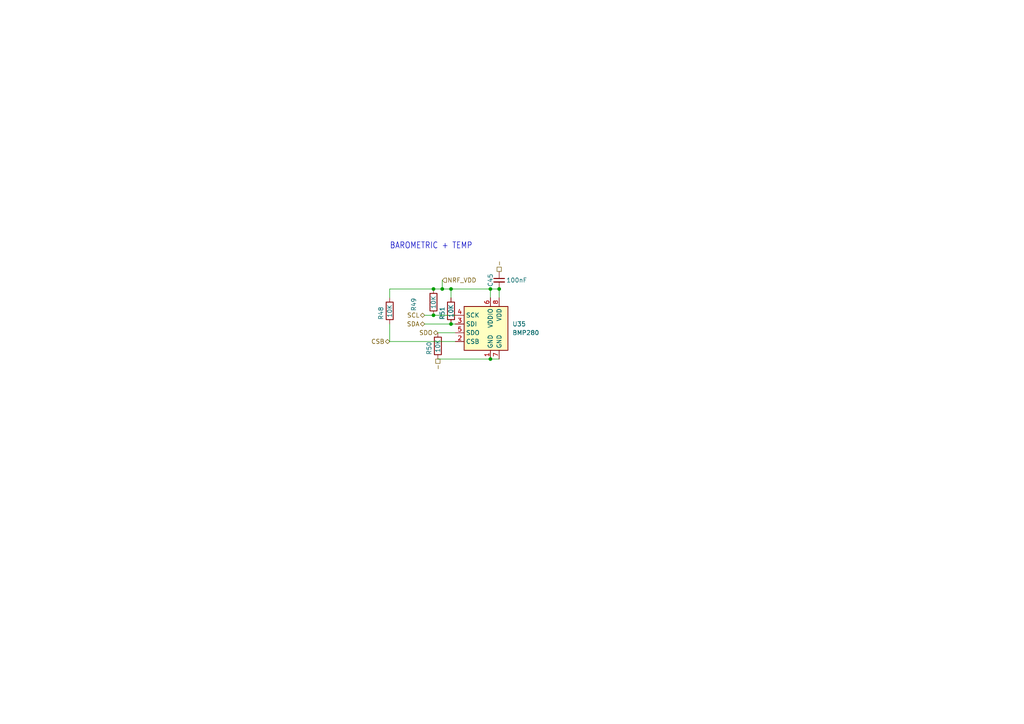
<source format=kicad_sch>
(kicad_sch (version 20211123) (generator eeschema)
  (paper "A4")
  (lib_symbols
    (symbol "Device:C_Small" (pin_numbers hide) (pin_names (offset 0.254) hide)
      (property "Reference" "C" (at 0.254 1.778 0))
      (property "Value" "C_Small" (at 0.254 -2.032 0))
      (symbol "C_Small_0_1"
        (polyline (pts (xy -1.524 -0.508) (xy 1.524 -0.508)) (stroke (width 0.3302)))
        (polyline (pts (xy -1.524 0.508) (xy 1.524 0.508)) (stroke (width 0.3048)))
      )
      (symbol "C_Small_1_1"
        (pin passive line (at 0 2.54 270) (length 2.032) (name "~") (number "1"))
        (pin passive line (at 0 -2.54 90) (length 2.032) (name "~") (number "2"))
      )
    )
    (symbol "Device:R" (pin_numbers hide) (pin_names (offset 0))
      (property "Reference" "R" (at 2.032 0 90))
      (property "Value" "R" (at 0 0 90))
      (symbol "R_0_1"
        (rectangle (start -1.016 -2.54) (end 1.016 2.54) (stroke (width 0.254)))
      )
      (symbol "R_1_1"
        (pin passive line (at 0 3.81 270) (length 1.27) (name "~") (number "1"))
        (pin passive line (at 0 -3.81 90) (length 1.27) (name "~") (number "2"))
      )
    )
    (symbol "Sensor_Pressure:BMP280"
      (property "Reference" "U" (at -7.62 10.16 0))
      (property "Value" "BMP280" (at 5.08 10.16 0))
      (symbol "BMP280_0_1"
        (rectangle (start -7.62 -5.08) (end 5.08 7.62) (stroke (width 0.254)) (fill (type background)))
      )
      (symbol "BMP280_1_1"
        (pin power_in line (at 0 -7.62 90) (length 2.54) (name "GND") (number "1"))
        (pin input line (at -10.16 -2.54 0) (length 2.54) (name "CSB") (number "2"))
        (pin bidirectional line (at -10.16 2.54 0) (length 2.54) (name "SDI") (number "3"))
        (pin input line (at -10.16 5.08 0) (length 2.54) (name "SCK") (number "4"))
        (pin bidirectional line (at -10.16 0 0) (length 2.54) (name "SDO") (number "5"))
        (pin power_in line (at 0 10.16 270) (length 2.54) (name "VDDIO") (number "6"))
        (pin power_in line (at 2.54 -7.62 90) (length 2.54) (name "GND") (number "7"))
        (pin power_in line (at 2.54 10.16 270) (length 2.54) (name "VDD") (number "8"))
      )
    )
  )
  (junction (at 144.78 83.82))
  (junction (at 130.81 93.98))
  (junction (at 125.73 83.82))
  (junction (at 125.73 91.44))
  (junction (at 130.81 83.82))
  (junction (at 142.24 83.82))
  (junction (at 128.27 83.82))
  (junction (at 142.24 104.14))
  (wire (pts (xy 130.81 93.98) (xy 132.08 93.98)))
  (wire (pts (xy 142.24 83.82) (xy 130.81 83.82)))
  (wire (pts (xy 132.08 99.06) (xy 113.03 99.06)))
  (wire (pts (xy 123.19 93.98) (xy 130.81 93.98)))
  (wire (pts (xy 127 96.52) (xy 132.08 96.52)))
  (wire (pts (xy 128.27 83.82) (xy 130.81 83.82)))
  (wire (pts (xy 128.27 81.28) (xy 128.27 83.82)))
  (wire (pts (xy 125.73 91.44) (xy 132.08 91.44)))
  (wire (pts (xy 144.78 86.36) (xy 144.78 83.82)))
  (wire (pts (xy 127 104.14) (xy 142.24 104.14)))
  (wire (pts (xy 125.73 83.82) (xy 128.27 83.82)))
  (wire (pts (xy 130.81 86.36) (xy 130.81 83.82)))
  (wire (pts (xy 113.03 93.98) (xy 113.03 99.06)))
  (wire (pts (xy 123.19 91.44) (xy 125.73 91.44)))
  (wire (pts (xy 113.03 83.82) (xy 125.73 83.82)))
  (wire (pts (xy 142.24 104.14) (xy 144.78 104.14)))
  (wire (pts (xy 142.24 86.36) (xy 142.24 83.82)))
  (wire (pts (xy 113.03 86.36) (xy 113.03 83.82)))
  (wire (pts (xy 144.78 83.82) (xy 142.24 83.82)))
  (text "BAROMETRIC + TEMP" (at 113.03 72.39 180) (effects (font (size 1.778 1.5113)) (justify left bottom)))
  (hierarchical_label "SDO" (shape bidirectional) (at 127 96.52 180))
  (hierarchical_label "-" (shape passive) (at 127 104.14 270))
  (hierarchical_label "CSB" (shape bidirectional) (at 113.03 99.06 180))
  (hierarchical_label "NRF_VDD" (shape input) (at 128.27 81.28 0))
  (hierarchical_label "SCL" (shape bidirectional) (at 123.19 91.44 180))
  (hierarchical_label "SDA" (shape bidirectional) (at 123.19 93.98 180))
  (hierarchical_label "-" (shape passive) (at 144.78 78.74 90))
  (symbol (lib_id "Device:C_Small") (at 144.78 81.28 0) (unit 1)
    (property "Reference" "C45" (at 142.24 81.28 90))
    (property "Value" "100nF" (at 149.86 81.28 0))
    (property "Footprint" "Capacitor_SMD:C_0402_1005Metric" (effects hide))
  )
  (symbol (lib_id "Device:R") (at 130.81 90.17 180) (unit 1)
    (property "Reference" "R51" (at 128.27 88.9 90) (effects (justify left)))
    (property "Value" "10K" (at 130.81 88.265 90) (effects (justify left)))
    (property "Footprint" "Resistor_SMD:R_0402_1005Metric" (effects hide))
  )
  (symbol (lib_id "Sensor_Pressure:BMP280") (at 142.24 96.52 0) (unit 1)
    (property "Reference" "U35" (at 148.59 93.9799 0) (effects (justify left)))
    (property "Value" "BMP280" (at 148.59 96.5199 0) (effects (justify left)))
    (property "Footprint" "Package_LGA:Bosch_LGA-8_2x2.5mm_P0.65mm_ClockwisePinNumbering" (effects hide))
    (property "Datasheet" "https://ae-bst.resource.bosch.com/media/_tech/media/datasheets/BST-BMP280-DS001.pdf" (effects hide))
  )
  (symbol (lib_id "Device:R") (at 125.73 87.63 180) (unit 1)
    (property "Reference" "R49" (at 120.015 86.36 90) (effects (justify left)))
    (property "Value" "10K" (at 125.73 85.725 90) (effects (justify left)))
    (property "Footprint" "Resistor_SMD:R_0402_1005Metric" (effects hide))
  )
  (symbol (lib_id "Device:R") (at 127 100.33 180) (unit 1)
    (property "Reference" "R50" (at 124.46 99.06 90) (effects (justify left)))
    (property "Value" "10K" (at 127 98.425 90) (effects (justify left)))
    (property "Footprint" "Resistor_SMD:R_0402_1005Metric" (effects hide))
  )
  (symbol (lib_id "Device:R") (at 113.03 90.17 180) (unit 1)
    (property "Reference" "R48" (at 110.49 88.9 90) (effects (justify left)))
    (property "Value" "10K" (at 113.03 88.265 90) (effects (justify left)))
    (property "Footprint" "Resistor_SMD:R_0402_1005Metric" (effects hide))
  )
)
</source>
